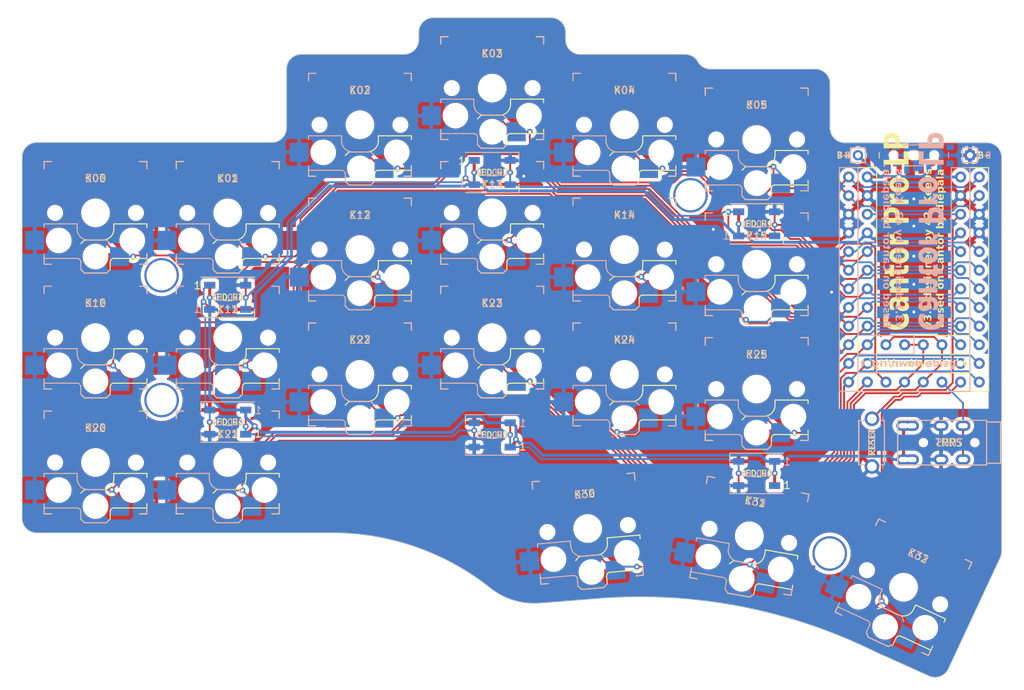
<source format=kicad_pcb>
(kicad_pcb (version 20241229) (generator "pcbnew") (generator_version "9.0")
  (title_block (title "Cantor Pro LP") (rev "3"))
  (layers (0 "F.Cu" signal) (2 "B.Cu" signal) (13 "F.Paste" user) (15 "B.Paste" user) (5 "F.SilkS" user "F.Silkscreen") (7 "B.SilkS" user "B.Silkscreen") (1 "F.Mask" user) (3 "B.Mask" user) (25 "Edge.Cuts" user))
  (net 0 "")
  (net 1 "+3V3")
  (net 2 "GND")
  (net 3 "/DATA")
  (net 4 "/k00")
  (net 5 "/k01")
  (net 6 "/k02")
  (net 7 "/k03")
  (net 8 "/k04")
  (net 9 "/k05")
  (net 10 "/k10")
  (net 11 "/k11")
  (net 12 "/k12")
  (net 13 "/k13")
  (net 14 "/k14")
  (net 15 "/k15")
  (net 16 "/k20")
  (net 17 "/k21")
  (net 18 "/k22")
  (net 19 "/k23")
  (net 20 "/k24")
  (net 21 "/k25")
  (net 22 "/k30")
  (net 23 "/k31")
  (net 24 "/k32")
  (net 26 "/RGB")
  (net 27 "/RESET")
  (net 32 "/LED1-2")
  (net 33 "/LED2-3")
  (net 34 "/LED3-4")
  (net 35 "/LED4-5")
  (net 36 "/LED5-6")
  (net 39 "/BAT")
  (net 40 "/RAW")
  (footprint "42keebs:Kailh_socket_PG1350_reversible_cropped_pads_rounded_cutouts_no_pin4" (layer "F.Cu") (at 164 94)
    (property "Reference" "K25")
    (property "Value" "KEYSW")
  )
  (footprint "42keebs:Kailh_socket_PG1350_reversible_cropped_pads_rounded_cutouts_no_pin4" (layer "F.Cu") (at 146 92)
    (property "Reference" "K24")
    (property "Value" "KEYSW")
  )
  (footprint "42keebs:LED_WS2812B_PLCC4_5.0x5.0mm_P3.2mm_w_cutout" (layer "F.Cu") (at 92 81.5)
    (property "Reference" "LED_R3" (hide yes))
    (property "Value" "WS2812B" (hide yes))
  )
  (footprint "42keebs:Kailh_socket_PG1350_reversible_cropped_pads_rounded_cutouts_no_pin4" (layer "F.Cu") (at 92 104)
    (property "Reference" "K21")
    (property "Value" "KEYSW")
  )
  (footprint "42keebs:LED_WS2812B_PLCC4_5.0x5.0mm_P3.2mm_w_cutout" (layer "F.Cu") (at 164 105.5 180)
    (property "Reference" "LED_R6")
    (property "Value" "WS2812B" (hide yes))
  )
  (footprint "42keebs:LED_WS2812B_PLCC4_5.0x5.0mm_P3.2mm_w_cutout" (layer "F.Cu") (at 128.003769 100.25 180)
    (property "Reference" "LED_R5")
    (property "Value" "WS2812B" (hide yes))
  )
  (footprint "42keebs:Kailh_socket_PG1350_reversible_cropped_pads_rounded_cutouts_no_pin4" (layer "F.Cu") (at 110 58)
    (property "Reference" "K02")
    (property "Value" "KEYSW")
  )
  (footprint "42keebs:Kailh_socket_PG1350_reversible_cropped_pads_rounded_cutouts_no_pin4" (layer "F.Cu") (at 74 87)
    (property "Reference" "K10")
    (property "Value" "KEYSW")
  )
  (footprint "cantor:Standoff_Hole" (layer "F.Cu") (at 83 78.5)
    (property "Reference" "H1" (hide yes))
    (property "Value" "MountingHole" (hide yes))
  )
  (footprint "42keebs:LED_WS2812B_PLCC4_5.0x5.0mm_P3.2mm_w_cutout" (layer "F.Cu") (at 92 98.5 180)
    (property "Reference" "LED_R4")
    (property "Value" "WS2812B" (hide yes))
  )
  (footprint "42keebs:Kailh_socket_PG1350_reversible_cropped_pads_rounded_cutouts_no_pin4" (layer "F.Cu") (at 146 58)
    (property "Reference" "K04")
    (property "Value" "KEYSW")
  )
  (footprint "42keebs:Kailh_socket_PG1350_reversible_cropped_pads_rounded_cutouts_no_pin4" (layer "F.Cu") (at 110 75)
    (property "Reference" "K12")
    (property "Value" "KEYSW")
  )
  (footprint "42keebs:SW_SPDT_PCM12_double_sided_shifted_with_edge_cutouts" (layer "F.Cu") (at 185.414616 62.48 180)
    (property "Reference" "SW2" (hide yes))
    (property "Value" "POWER")
  )
  (footprint "cantor:Standoff_Hole" (layer "F.Cu") (at 173.95 116.4)
    (property "Reference" "H4" (hide yes))
    (property "Value" "MountingHole" (hide yes))
  )
  (footprint "42keebs:Kailh_socket_PG1350_reversible_cropped_pads_rounded_cutouts_no_pin4" (layer "F.Cu") (at 141 113 5)
    (property "Reference" "K30")
    (property "Value" "KEYSW")
  )
  (footprint "42keebs:Kailh_socket_PG1350_reversible_cropped_pads_rounded_cutouts_no_pin4" (layer "F.Cu") (at 92 70)
    (property "Reference" "K01")
    (property "Value" "KEYSW")
  )
  (footprint "cantor:TACT_SWITCH_TVBP06" (layer "F.Cu") (at 179.698 101.3 90)
    (property "Reference" "SW1" (hide yes))
    (property "Value" "RESET" (hide yes))
  )
  (footprint "42keebs:Kailh_socket_PG1350_reversible_cropped_pads_rounded_cutouts_no_pin4" (layer "F.Cu") (at 146 75)
    (property "Reference" "K14")
    (property "Value" "KEYSW")
  )
  (footprint "42keebs:Kailh_socket_PG1350_reversible_cropped_pads_rounded_cutouts_no_pin4" (layer "F.Cu") (at 128 87)
    (property "Reference" "K23")
    (property "Value" "KEYSW")
  )
  (footprint "42keebs:Kailh_socket_PG1350_reversible_cropped_pads_rounded_cutouts_no_pin4" (layer "F.Cu") (at 128 53)
    (property "Reference" "K03")
    (property "Value" "KEYSW")
  )
  (footprint "cantor:Standoff_Hole" (layer "F.Cu") (at 83 95.5)
    (property "Reference" "H3" (hide yes))
    (property "Value" "MountingHole" (hide yes))
  )
  (footprint "42keebs:Kailh_socket_PG1350_reversible_cropped_pads_rounded_cutouts_no_pin4" (layer "F.Cu") (at 110 92)
    (property "Reference" "K22")
    (property "Value" "KEYSW")
  )
  (footprint "42keebs:TRRS-PJ-320A-reversible-symmetric" (layer "F.Cu") (at 195.3 101.3 -90)
    (property "Reference" "J1" (hide yes))
    (property "Value" "TRRS")
  )
  (footprint "42keebs:Kailh_socket_PG1350_reversible_cropped_pads_rounded_cutouts_no_pin4" (layer "F.Cu") (at 164 77)
    (property "Reference" "K15")
    (property "Value" "KEYSW")
  )
  (footprint "cantor:Standoff_Hole" (layer "F.Cu") (at 155 67.6)
    (property "Reference" "H2" (hide yes))
    (property "Value" "MountingHole" (hide yes))
  )
  (footprint "42keebs:Kailh_socket_PG1350_reversible_cropped_pads_rounded_cutouts_no_pin4" (layer "F.Cu") (at 184 121 -25)
    (property "Reference" "K32")
    (property "Value" "KEYSW")
  )
  (footprint "42keebs:Kailh_socket_PG1350_reversible_cropped_pads_rounded_cutouts_no_pin4" (layer "F.Cu") (at 92 87)
    (property "Reference" "K11")
    (property "Value" "KEYSW")
  )
  (footprint "42keebs:ProMicro_Battery_Connector_Double_Sided_wide" (layer "F.Cu") (at 185.414616 62.15)
    (property "Reference" "J2")
    (property "Value" "BAT" (hide yes))
  )
  (footprint "42keebs:Frood_nice-nano_PinHeader_2x12+5+3_P2.54mm_Dual_V-aligned" (layer "F.Cu") (at 185.414616 62.56725)
    (property "Reference" "U1" (hide yes))
    (property "Value" "Frood/nice!nano" (hide yes))
  )
  (footprint "42keebs:LED_WS2812B_PLCC4_5.0x5.0mm_P3.2mm_w_cutout" (layer "F.Cu") (at 164 71.5)
    (property "Reference" "LED_R1" (hide yes))
    (property "Value" "WS2812B" (hide yes))
  )
  (footprint "42keebs:Kailh_socket_PG1350_reversible_cropped_pads_rounded_cutouts_no_pin4" (layer "F.Cu") (at 164 60)
    (property "Reference" "K05")
    (property "Value" "KEYSW")
  )
  (footprint "42keebs:Kailh_socket_PG1350_reversible_cropped_pads_rounded_cutouts_no_pin4" (layer "F.Cu") (at 74 103.999999)
    (property "Reference" "K20")
    (property "Value" "KEYSW")
  )
  (footprint "42keebs:Kailh_socket_PG1350_reversible_cropped_pads_rounded_cutouts_no_pin4" (layer "F.Cu") (at 128 70)
    (property "Reference" "K13")
    (property "Value" "KEYSW")
  )
  (footprint "42keebs:LED_WS2812B_PLCC4_5.0x5.0mm_P3.2mm_w_cutout" (layer "F.Cu") (at 128 64.5)
    (property "Reference" "LED_R2" (hide yes))
    (property "Value" "WS2812B" (hide yes))
  )
  (footprint "42keebs:Kailh_socket_PG1350_reversible_cropped_pads_rounded_cutouts_no_pin4" (layer "F.Cu") (at 74 70)
    (property "Reference" "K00")
    (property "Value" "KEYSW")
  )
  (footprint "42keebs:Kailh_socket_PG1350_reversible_cropped_pads_rounded_cutouts_no_pin4" (layer "F.Cu") (at 163 114 -10)
    (property "Reference" "K31")
    (property "Value" "KEYSW")
  )
  (footprint "42keebs:LED_WS2812B_PLCC4_5.0x5.0mm_P3.2mm_w_cutout" (layer "B.Cu") (at 164 105.5 180)
    (property "Reference" "LED_L6" (hide yes))
    (property "Value" "WS2812B" (hide yes))
  )
  (footprint "42keebs:LED_WS2812B_PLCC4_5.0x5.0mm_P3.2mm_w_cutout" (layer "B.Cu") (at 92 81.5)
    (property "Reference" "LED_L3")
    (property "Value" "WS2812B" (hide yes))
  )
  (footprint "42keebs:LED_WS2812B_PLCC4_5.0x5.0mm_P3.2mm_w_cutout" (layer "B.Cu") (at 164 71.5)
    (property "Reference" "LED_L1")
    (property "Value" "WS2812B" (hide yes))
  )
  (footprint "42keebs:LED_WS2812B_PLCC4_5.0x5.0mm_P3.2mm_w_cutout" (layer "B.Cu") (at 128 64.5)
    (property "Reference" "LED_L2")
    (property "Value" "WS2812B" (hide yes))
  )
  (footprint "42keebs:LED_WS2812B_PLCC4_5.0x5.0mm_P3.2mm_w_cutout" (layer "B.Cu") (at 92 98.5 180)
    (property "Reference" "LED_L4" (hide yes))
    (property "Value" "WS2812B" (hide yes))
  )
  (footprint "42keebs:LED_WS2812B_PLCC4_5.0x5.0mm_P3.2mm_w_cutout" (layer "B.Cu") (at 128.003769 100.25 180)
    (property "Reference" "LED_L5" (hide yes))
    (property "Value" "WS2812B" (hide yes))
  )
  (gr_arc (start 100 50.4) (mid 100.585786 48.985786) (end 102 48.4) (stroke (width 0.1)) (layer "Edge.Cuts"))
  (gr_line (start 66 113.599999) (end 106.5 113.6) (stroke (width 0.1)) (layer "Edge.Cuts"))
  (gr_arc (start 134.5 123.175) (mid 130.930967 122.788889) (end 127.75 121.125) (stroke (width 0.1)) (layer "Edge.Cuts"))
  (gr_arc (start 176.000206 60.433998) (mid 174.585993 59.848211) (end 174.000207 58.433998) (stroke (width 0.1)) (layer "Edge.Cuts"))
  (gr_arc (start 118 45.4) (mid 118.585786 43.985786) (end 120 43.4) (stroke (width 0.1)) (layer "Edge.Cuts"))
  (gr_line (start 190.102526 132.122904) (end 197.161654 116.984668) (stroke (width 0.1)) (layer "Edge.Cuts"))
  (gr_line (start 172.000208 50.4) (end 157.750002 50.399998) (stroke (width 0.1)) (layer "Edge.Cuts"))
  (gr_line (start 118 45.4) (end 118 46.4) (stroke (width 0.1)) (layer "Edge.Cuts"))
  (gr_line (start 138 46.4) (end 138 45.4) (stroke (width 0.1)) (layer "Edge.Cuts"))
  (gr_arc (start 190.102526 132.122904) (mid 188.987801 133.151954) (end 187.471518 133.10256) (stroke (width 0.1)) (layer "Edge.Cuts"))
  (gr_line (start 195.352208 60.434) (end 176.000206 60.433998) (stroke (width 0.1)) (layer "Edge.Cuts"))
  (gr_line (start 174.000207 58.433998) (end 174.000207 52.4) (stroke (width 0.1)) (layer "Edge.Cuts"))
  (gr_line (start 100 50.4) (end 100 58.4) (stroke (width 0.1)) (layer "Edge.Cuts"))
  (gr_line (start 98 60.4) (end 66 60.4) (stroke (width 0.1)) (layer "Edge.Cuts"))
  (gr_arc (start 136.000001 43.4) (mid 137.414214 43.985787) (end 138 45.4) (stroke (width 0.1)) (layer "Edge.Cuts"))
  (gr_arc (start 118 46.4) (mid 117.414214 47.814214) (end 116 48.4) (stroke (width 0.1)) (layer "Edge.Cuts"))
  (gr_arc (start 66 113.599999) (mid 64.585787 113.014213) (end 64 111.6) (stroke (width 0.1)) (layer "Edge.Cuts"))
  (gr_line (start 141.8 122.600001) (end 134.5 123.175) (stroke (width 0.1)) (layer "Edge.Cuts"))
  (gr_line (start 180.129399 129.8) (end 187.471518 133.10256) (stroke (width 0.1)) (layer "Edge.Cuts"))
  (gr_arc (start 140 48.4) (mid 138.585786 47.814214) (end 138 46.4) (stroke (width 0.1)) (layer "Edge.Cuts"))
  (gr_arc (start 157.750002 50.399998) (mid 156.742226 50.132363) (end 156 49.4) (stroke (width 0.1)) (layer "Edge.Cuts"))
  (gr_arc (start 197.349627 116.138173) (mid 197.302069 116.57173) (end 197.161654 116.984668) (stroke (width 0.1)) (layer "Edge.Cuts"))
  (gr_line (start 64 62.4) (end 64 111.6) (stroke (width 0.1)) (layer "Edge.Cuts"))
  (gr_line (start 136.000001 43.4) (end 120 43.4) (stroke (width 0.1)) (layer "Edge.Cuts"))
  (gr_arc (start 64 62.4) (mid 64.585786 60.985787) (end 66 60.4) (stroke (width 0.1)) (layer "Edge.Cuts"))
  (gr_arc (start 106.5 113.600001) (mid 117.756229 115.57996) (end 127.75 121.125) (stroke (width 0.1)) (layer "Edge.Cuts"))
  (gr_arc (start 195.352208 60.434) (mid 196.766416 61.019789) (end 197.352208 62.434) (stroke (width 0.1)) (layer "Edge.Cuts"))
  (gr_arc (start 172.000208 50.4) (mid 173.414421 50.985787) (end 174.000207 52.4) (stroke (width 0.1)) (layer "Edge.Cuts"))
  (gr_line (start 116 48.4) (end 102 48.4) (stroke (width 0.1)) (layer "Edge.Cuts"))
  (gr_arc (start 154.3 48.4) (mid 155.286154 48.668538) (end 156 49.4) (stroke (width 0.1)) (layer "Edge.Cuts"))
  (gr_line (start 197.349627 116.138173) (end 197.352208 62.434) (stroke (width 0.1)) (layer "Edge.Cuts"))
  (gr_arc (start 100 58.4) (mid 99.414214 59.814214) (end 98 60.4) (stroke (width 0.1)) (layer "Edge.Cuts"))
  (gr_line (start 154.3 48.4) (end 140 48.4) (stroke (width 0.1)) (layer "Edge.Cuts"))
  (gr_arc (start 141.8 122.600001) (mid 161.459797 123.564333) (end 180.129399 129.8) (stroke (width 0.1)) (layer "Edge.Cuts"))
  (gr_text "v3.1 designed by 42. Keebs\nBased on Cantor by diepala" (at 188.2 85.7 90) (layer "F.SilkS") (effects (font (size 1 1) (thickness 0.2) (bold yes)) (justify left)))
  (gr_text "Cantor Pro LP" (at 183.3 86.1 90) (layer "F.SilkS") (effects (font (size 3.33 2.5) (thickness 0.5) (bold yes)) (justify left)))
  (gr_text "v3.1 designed by 42. Keebs\nBased on Cantor by diepala" (at 182.5 85.7 270) (layer "B.SilkS") (effects (font (size 1 1) (thickness 0.2) (bold yes)) (justify left mirror)))
  (gr_text "Cantor Pro LP" (at 187.45 86.1 270) (layer "B.SilkS") (effects (font (size 3.33 2.5) (thickness 0.5) (bold yes)) (justify left mirror)))
  (segment (start 131.230162 101.123607) (end 130.453769 101.9) (width 0.4) (layer "F.Cu") (net 1))
  (segment (start 125.55 64.5) (end 125.55 62.85) (width 0.4) (layer "F.Cu") (net 1))
  (segment (start 166.45 105.475) (end 166.45 107.15) (width 0.4) (layer "F.Cu") (net 1))
  (segment (start 184 103.6) (end 184 99) (width 0.4) (layer "F.Cu") (net 1))
  (segment (start 131.230162 100.850579) (end 131.230162 101.123607) (width 0.4) (layer "F.Cu") (net 1))
  (segment (start 95.666423 99.058577) (end 94.575 100.15) (width 0.4) (layer "F.Cu") (net 1))
  (segment (start 89.55 81.55) (end 89.55 79.85) (width 0.4) (layer "F.Cu") (net 1))
  (segment (start 94.575 100.15) (end 94.45 100.15) (width 0.4) (layer "F.Cu") (net 1))
  (segment (start 161.55 71.5) (end 161.55 69.85) (width 0.4) (layer "F.Cu") (net 1))
  (via (at 131.230162 100.850579) (size 0.8) (drill 0.4) (layers "F.Cu" "B.Cu") (net 1))
  (via (at 95.666423 99.058577) (size 0.8) (drill 0.4) (layers "F.Cu" "B.Cu") (net 1))
  (via (at 161.55 71.5) (size 0.8) (drill 0.4) (layers "F.Cu" "B.Cu") (net 1))
  (via (at 89.55 81.55) (size 0.8) (drill 0.4) (layers "F.Cu" "B.Cu") (net 1))
  (via (at 166.45 105.475) (size 0.8) (drill 0.4) (layers "F.Cu" "B.Cu") (net 1))
  (via (at 125.55 64.5) (size 0.8) (drill 0.4) (layers "F.Cu" "B.Cu") (net 1))
  (segment (start 105.842462 66.35) (end 124.3 66.35) (width 0.4) (layer "B.Cu") (net 1))
  (segment (start 95.666423 99.058577) (end 94.45 97.842154) (width 0.4) (layer "B.Cu") (net 1))
  (segment (start 89.55 83.15) (end 89.55 81.55) (width 0.4) (layer "B.Cu") (net 1))
  (segment (start 164.5 103) (end 165.35 103.85) (width 0.4) (layer "B.Cu") (net 1))
  (segment (start 131.230162 100.850579) (end 131.25 100.830741) (width 0.4) (layer "B.Cu") (net 1))
  (segment (start 131.230162 100.850579) (end 131.754583 101.375) (width 0.4) (layer "B.Cu") (net 1))
  (segment (start 130.453769 98.6) (end 127.35 98.6) (width 0.4) (layer "B.Cu") (net 1))
  (segment (start 89.55 83.15) (end 90.5 83.15) (width 0.4) (layer "B.Cu") (net 1))
  (segment (start 90.5 83.15) (end 91.35 84) (width 0.4) (layer "B.Cu") (net 1))
  (segment (start 124.5 66.15) (end 125.55 66.15) (width 0.4) (layer "B.Cu") (net 1))
  (segment (start 91.325 96.85) (end 94.45 96.85) (width 0.4) (layer "B.Cu") (net 1))
  (segment (start 133.228769 101.375) (end 134.853769 103) (width 0.4) (layer "B.Cu") (net 1))
  (segment (start 182.15 103.15) (end 182.6 103.6) (width 0.4) (layer "B.Cu") (net 1))
  (segment (start 182.6 103.6) (end 184 103.6) (width 0.4) (layer "B.Cu") (net 1))
  (segment (start 89.55 95.075) (end 91.325 96.85) (width 0.4) (layer "B.Cu") (net 1))
  (segment (start 167.65 103.85) (end 168.35 103.15) (width 0.4) (layer "B.Cu") (net 1))
  (segment (start 178.991616 72.72725) (end 179.773366 73.509) (width 0.4) (layer "B.Cu") (net 1))
  (segment (start 163.55 74) (end 162.7 73.15) (width 0.4) (layer "B.Cu") (net 1))
  (segment (start 148.657538 67) (end 127.4 67) (width 0.4) (layer "B.Cu") (net 1))
  (segment (start 166.45 103.85) (end 167.65 103.85) (width 0.4) (layer "B.Cu") (net 1))
  (segment (start 95.4 84) (end 95.75 83.65) (width 0.4) (layer "B.Cu") (net 1))
  (segment (start 165.35 103.85) (end 166.45 103.85) (width 0.4) (layer "B.Cu") (net 1))
  (segment (start 134.853769 103) (end 164.5 103) (width 0.4) (layer "B.Cu") (net 1))
  (segment (start 100.675 76.067462) (end 100.675 71.517462) (width 0.4) (layer "B.Cu") (net 1))
  (segment (start 130.75 98.6) (end 130.453769 98.6) (width 0.4) (layer "B.Cu") (net 1))
  (segment (start 126.55 66.15) (end 125.55 66.15) (width 0.4) (layer "B.Cu") (net 1))
  (segment (start 126.5 97.75) (end 124.625 97.75) (width 0.4) (layer "B.Cu") (net 1))
  (segment (start 161.55 73.15) (end 161.25 73.15) (width 0.4) (layer "B.Cu") (net 1))
  (segment (start 125.55 66.15) (end 125.55 64.5) (width 0.4) (layer "B.Cu") (net 1))
  (segment (start 161.25 73.15) (end 159.025 70.925) (width 0.4) (layer "B.Cu") (net 1))
  (segment (start 95.75 83.65) (end 95.75 80.992462) (width 0.4) (layer "B.Cu") (net 1))
  (segment (start 122.475 99.9) (end 96.507846 99.9) (width 0.4) (layer "B.Cu") (net 1))
  (segment (start 179.064616 72.72725) (end 177.791866 74) (width 0.4) (layer "B.Cu") (net 1))
  (segment (start 124.625 97.75) (end 122.475 99.9) (width 0.4) (layer "B.Cu") (net 1))
  (segment (start 166.45 103.85) (end 166.45 105.475) (width 0.4) (layer "B.Cu") (net 1))
  (segment (start 127.35 98.6) (end 126.5 97.75) (width 0.4) (layer "B.Cu") (net 1))
  (segment (start 124.3 66.35) (end 124.5 66.15) (width 0.4) (layer "B.Cu") (net 1))
  (segment (start 159.025 70.925) (end 152.582538 70.925) (width 0.4) (layer "B.Cu") (net 1))
  (segment (start 177.791866 74) (end 163.55 74) (width 0.4) (layer "B.Cu") (net 1))
  (segment (start 95.75 80.992462) (end 100.675 76.067462) (width 0.4) (layer "B.Cu") (net 1))
  (segment (start 190.909867 73.509) (end 191.691616 72.727251) (width 0.4) (layer "B.Cu") (net 1))
  (segment (start 89.55 83.15) (end 89.55 95.075) (width 0.4) (layer "B.Cu") (net 1))
  (segment (start 127.4 67) (end 126.55 66.15) (width 0.4) (layer "B.Cu") (net 1))
  (segment (start 179.773366 73.509) (end 190.909867 73.509) (width 0.4) (layer "B.Cu") (net 1))
  (segment (start 152.582538 70.925) (end 148.657538 67) (width 0.4) (layer "B.Cu") (net 1))
  (segment (start 131.25 99.1) (end 130.75 98.6) (width 0.4) (layer "B.Cu") (net 1))
  (segment (start 162.7 73.15) (end 161.55 73.15) (width 0.4) (layer "B.Cu") (net 1))
  (segment (start 131.754583 101.375) (end 133.228769 101.375) (width 0.4) (layer "B.Cu") (net 1))
  (segment (start 94.45 97.842154) (end 94.45 96.85) (width 0.4) (layer "B.Cu") (net 1))
  (segment (start 168.35 103.15) (end 182.15 103.15) (width 0.4) (layer "B.Cu") (net 1))
  (segment (start 96.507846 99.9) (end 95.666423 99.058577) (width 0.4) (layer "B.Cu") (net 1))
  (segment (start 161.55 73.15) (end 161.55 71.5) (width 0.4) (layer "B.Cu") (net 1))
  (segment (start 131.25 100.830741) (end 131.25 99.1) (width 0.4) (layer "B.Cu") (net 1))
  (segment (start 91.35 84) (end 95.4 84) (width 0.4) (layer "B.Cu") (net 1))
  (segment (start 100.675 71.517462) (end 105.842462 66.35) (width 0.4) (layer "B.Cu") (net 1))
  (via (at 185.4 83.5) (size 0.8) (drill 0.4) (layers "F.Cu" "B.Cu") (net 2))
  (via (at 174.2 80.8) (size 0.8) (drill 0.4) (layers "F.Cu" "B.Cu") (net 2))
  (via (at 185.4 71.8) (size 0.8) (drill 0.4) (layers "F.Cu" "B.Cu") (net 2))
  (via (at 185.4 79.734) (size 0.8) (drill 0.4) (layers "F.Cu" "B.Cu") (net 2))
  (via (at 158.1 72.25) (size 0.8) (drill 0.4) (layers "F.Cu" "B.Cu") (net 2))
  (via (at 185.4 75.9) (size 0.8) (drill 0.4) (layers "F.Cu" "B.Cu") (net 2))
  (via (at 185.4 68.1) (size 0.8) (drill 0.4) (layers "F.Cu" "B.Cu") (net 2))
  (via (at 164.4 72.35) (size 0.8) (drill 0.4) (layers "F.Cu" "B.Cu") (net 2))
  (via (at 132.3 65) (size 0.8) (drill 0.4) (layers "F.Cu" "B.Cu") (net 2))
  (segment (start 192.1 99) (end 192.1 103.6) (width 0.25) (layer "F.Cu") (net 3))
  (segment (start 192.1 95.922634) (end 192.1 99) (width 0.25) (layer "B.Cu") (net 3))
  (segment (start 189.224616 93.04725) (end 192.1 95.922634) (width 0.25) (layer "B.Cu") (net 3))
  (segment (start 136.909188 67.2) (end 131.709188 62) (width 0.25) (layer "F.Cu") (net 4))
  (segment (start 84.1 75.8) (end 79.275 75.8) (width 0.25) (layer "F.Cu") (net 4))
  (segment (start 79.275 75.8) (end 79.125001 75.95) (width 0.25) (layer "F.Cu") (net 4))
  (segment (start 72.65 74) (end 75.324999 74) (width 0.25) (layer "F.Cu") (net 4))
  (segment (start 174.55 77.7) (end 172.05 77.7) (width 0.25) (layer "F.Cu") (net 4))
  (segment (start 120.186396 66.5) (end 106.827208 66.5) (width 0.25) (layer "F.Cu") (net 4))
  (segment (start 124.686396 62) (end 120.186396 66.5) (width 0.25) (layer "F.Cu") (net 4))
  (segment (start 131.709188 62) (end 124.686396 62) (width 0.25) (layer "F.Cu") (net 4))
  (segment (start 169.25 74.9) (end 160.042872 74.9) (width 0.25) (layer "F.Cu") (net 4))
  (segment (start 95.3 76.7) (end 94.15 77.85) (width 0.25) (layer "F.Cu") (net 4))
  (segment (start 102.35 70.977208) (end 102.35 75.45) (width 0.25) (layer "F.Cu") (net 4))
  (segment (start 70.700001 75.95) (end 72.65 74) (width 0.25) (layer "F.Cu") (net 4))
  (segment (start 160.042872 74.9) (end 159.542872 74.4) (width 0.25) (layer "F.Cu") (net 4))
  (segment (start 179.064616 77.80725) (end 177.871866 79) (width 0.25) (layer "F.Cu") (net 4))
  (segment (start 177.871866 79) (end 175.85 79) (width 0.25) (layer "F.Cu") (net 4))
  (segment (start 175.85 79) (end 174.55 77.7) (width 0.25) (layer "F.Cu") (net 4))
  (segment (start 94.15 77.85) (end 86.15 77.85) (width 0.25) (layer "F.Cu") (net 4))
  (segment (start 106.827208 66.5) (end 102.35 70.977208) (width 0.25) (layer "F.Cu") (net 4))
  (segment (start 101.1 76.7) (end 95.3 76.7) (width 0.25) (layer "F.Cu") (net 4))
  (segment (start 156.395584 74.4) (end 149.195584 67.2) (width 0.25) (layer "F.Cu") (net 4))
  (segment (start 86.15 77.85) (end 84.1 75.8) (width 0.25) (layer "F.Cu") (net 4))
  (segment (start 149.195584 67.2) (end 136.909188 67.2) (width 0.25) (layer "F.Cu") (net 4))
  (segment (start 172.05 77.7) (end 169.25 74.9) (width 0.25) (layer "F.Cu") (net 4))
  (segment (start 77.275 75.95) (end 79.125001 75.95) (width 0.25) (layer "F.Cu") (net 4))
  (segment (start 102.35 75.45) (end 101.1 76.7) (width 0.25) (layer "F.Cu") (net 4))
  (segment (start 159.542872 74.4) (end 156.395584 74.4) (width 0.25) (layer "F.Cu") (net 4))
  (segment (start 75.324999 74) (end 77.275 75.95) (width 0.25) (layer "F.Cu") (net 4))
  (via (at 79.125001 75.95) (size 0.8) (drill 0.4) (layers "F.Cu" "B.Cu") (net 4))
  (segment (start 178.991616 77.80725) (end 191.691616 77.80725) (width 0.25) (layer "B.Cu") (net 4))
  (segment (start 79.125001 75.95) (end 77.275 75.95) (width 0.25) (layer "B.Cu") (net 4))
  (segment (start 120 66.05) (end 124.5 61.55) (width 0.25) (layer "F.Cu") (net 5))
  (segment (start 137.095584 66.75) (end 149.38198 66.75) (width 0.25) (layer "F.Cu") (net 5))
  (segment (start 124.5 61.55) (end 131.895584 61.55) (width 0.25) (layer "F.Cu") (net 5))
  (segment (start 131.895584 61.55) (end 137.095584 66.75) (width 0.25) (layer "F.Cu") (net 5))
  (segment (start 106.640812 66.05) (end 120 66.05) (width 0.25) (layer "F.Cu") (net 5))
  (segment (start 171.986396 77) (end 175.717366 77) (width 0.25) (layer "F.Cu") (net 5))
  (segment (start 93.325 74) (end 95.274999 75.95) (width 0.25) (layer "F.Cu") (net 5))
  (segment (start 156.58198 73.95) (end 159.729268 73.95) (width 0.25) (layer "F.Cu") (net 5))
  (segment (start 169.436396 74.45) (end 171.986396 77) (width 0.25) (layer "F.Cu") (net 5))
  (segment (start 160.229268 74.45) (end 169.436396 74.45) (width 0.25) (layer "F.Cu") (net 5))
  (segment (start 101.9 70.790812) (end 106.640812 66.05) (width 0.25) (layer "F.Cu") (net 5))
  (segment (start 90.65 74) (end 93.325 74) (width 0.25) (layer "F.Cu") (net 5))
  (segment (start 101.163604 75.95) (end 101.9 75.213604) (width 0.25) (layer "F.Cu") (net 5))
  (segment (start 159.729268 73.95) (end 160.229268 74.45) (width 0.25) (layer "F.Cu") (net 5))
  (segment (start 101.9 75.213604) (end 101.9 70.790812) (width 0.25) (layer "F.Cu") (net 5))
  (segment (start 175.717366 77) (end 176.524616 77.80725) (width 0.25) (layer "F.Cu") (net 5))
  (segment (start 97.125 75.95) (end 101.163604 75.95) (width 0.25) (layer "F.Cu") (net 5))
  (segment (start 95.274999 75.95) (end 97.125 75.95) (width 0.25) (layer "F.Cu") (net 5))
  (segment (start 149.38198 66.75) (end 156.58198 73.95) (width 0.25) (layer "F.Cu") (net 5))
  (segment (start 88.7 75.95) (end 90.65 74) (width 0.25) (layer "F.Cu") (net 5))
  (via (at 97.125 75.95) (size 0.8) (drill 0.4) (layers "F.Cu" "B.Cu") (net 5))
  (segment (start 180.134896 77.35725) (end 179.509896 76.73225) (width 0.25) (layer "B.Cu") (net 5))
  (segment (start 97.125 75.95) (end 95.274999 75.95) (width 0.25) (layer "B.Cu") (net 5))
  (segment (start 193.156616 76.73225) (end 191.319336 76.73225) (width 0.25) (layer "B.Cu") (net 5))
  (segment (start 194.231616 77.80725) (end 193.156616 76.73225) (width 0.25) (layer "B.Cu") (net 5))
  (segment (start 191.319336 76.73225) (end 190.694336 77.35725) (width 0.25) (layer "B.Cu") (net 5))
  (segment (start 190.694336 77.35725) (end 180.134896 77.35725) (width 0.25) (layer "B.Cu") (net 5))
  (segment (start 177.526616 76.73225) (end 176.451616 77.80725) (width 0.25) (layer "B.Cu") (net 5))
  (segment (start 179.509896 76.73225) (end 177.526616 76.73225) (width 0.25) (layer "B.Cu") (net 5))
  (segment (start 172.122792 76.5) (end 177.758866 76.5) (width 0.25) (layer "F.Cu") (net 6))
  (segment (start 169.622792 74) (end 172.122792 76.5) (width 0.25) (layer "F.Cu") (net 6))
  (segment (start 156.759188 73.490812) (end 159.906476 73.490812) (width 0.25) (layer "F.Cu") (net 6))
  (segment (start 124.313604 61.1) (end 132.08198 61.1) (width 0.25) (layer "F.Cu") (net 6))
  (segment (start 115.125 63.95) (end 121.463604 63.95) (width 0.25) (layer "F.Cu") (net 6))
  (segment (start 106.7 63.95) (end 108.65 62) (width 0.25) (layer "F.Cu") (net 6))
  (segment (start 177.758866 76.5) (end 178.991616 75.26725) (width 0.25) (layer "F.Cu") (net 6))
  (segment (start 159.906476 73.490812) (end 160.415664 74) (width 0.25) (layer "F.Cu") (net 6))
  (segment (start 121.463604 63.95) (end 124.313604 61.1) (width 0.25) (layer "F.Cu") (net 6))
  (segment (start 137.28198 66.3) (end 149.568376 66.3) (width 0.25) (layer "F.Cu") (net 6))
  (segment (start 108.65 62) (end 111 62) (width 0.25) (layer "F.Cu") (net 6))
  (segment (start 111 62) (end 112.95 63.95) (width 0.25) (layer "F.Cu") (net 6))
  (segment (start 149.568376 66.3) (end 156.759188 73.490812) (width 0.25) (layer "F.Cu") (net 6))
  (segment (start 112.95 63.95) (end 115.125 63.95) (width 0.25) (layer "F.Cu") (net 6))
  (segment (start 160.415664 74) (end 169.622792 74) (width 0.25) (layer "F.Cu") (net 6))
  (segment (start 132.08198 61.1) (end 137.28198 66.3) (width 0.25) (layer "F.Cu") (net 6))
  (via (at 115.125 63.95) (size 0.8) (drill 0.4) (layers "F.Cu" "B.Cu") (net 6))
  (segment (start 179.774866 74.484) (end 190.908366 74.484) (width 0.25) (layer "B.Cu") (net 6))
  (segment (start 115.125 63.95) (end 113.275 63.949999) (width 0.25) (layer "B.Cu") (net 6))
  (segment (start 190.908366 74.484) (end 191.691616 75.26725) (width 0.25) (layer "B.Cu") (net 6))
  (segment (start 178.991616 75.26725) (end 179.774866 74.484) (width 0.25) (layer "B.Cu") (net 6))
  (segment (start 133.125 61.506624) (end 137.468376 65.85) (width 0.25) (layer "F.Cu") (net 7))
  (segment (start 172.309188 76.05) (end 175.741866 76.05) (width 0.25) (layer "F.Cu") (net 7))
  (segment (start 124.7 58.95) (end 126.65 57) (width 0.25) (layer "F.Cu") (net 7))
  (segment (start 156.163604 64.8) (end 157.675 66.311396) (width 0.25) (layer "F.Cu") (net 7))
  (segment (start 168.55 73.55) (end 169.809188 73.55) (width 0.25) (layer "F.Cu") (net 7))
  (segment (start 165.725 71.925305) (end 166.149695 72.35) (width 0.25) (layer "F.Cu") (net 7))
  (segment (start 166.149695 72.35) (end 167.35 72.35) (width 0.25) (layer "F.Cu") (net 7))
  (segment (start 176.524616 75.309384) (end 176.524616 75.26725) (width 0.25) (layer "F.Cu") (net 7))
  (segment (start 165.725 71.899695) (end 165.725 71.925305) (width 0.25) (layer "F.Cu") (net 7))
  (segment (start 130.85 58.95) (end 133.125 58.95) (width 0.25) (layer "F.Cu") (net 7))
  (segment (start 152.75 65.85) (end 153.8 64.8) (width 0.25) (layer "F.Cu") (net 7))
  (segment (start 137.468376 65.85) (end 152.75 65.85) (width 0.25) (layer "F.Cu") (net 7))
  (segment (start 126.65 57) (end 128.9 57) (width 0.25) (layer "F.Cu") (net 7))
  (segment (start 167.35 72.35) (end 168.55 73.55) (width 0.25) (layer "F.Cu") (net 7))
  (segment (start 162.125305 68.3) (end 165.725 71.899695) (width 0.25) (layer "F.Cu") (net 7))
  (segment (start 157.675 66.311396) (end 157.675 67.275) (width 0.25) (layer "F.Cu") (net 7))
  (segment (start 157.675 67.275) (end 158.7 68.3) (width 0.25) (layer "F.Cu") (net 7))
  (segment (start 133.125 58.95) (end 133.125 61.506624) (width 0.25) (layer "F.Cu") (net 7))
  (segment (start 169.809188 73.55) (end 172.309188 76.05) (width 0.25) (layer "F.Cu") (net 7))
  (segment (start 153.8 64.8) (end 156.163604 64.8) (width 0.25) (layer "F.Cu") (net 7))
  (segment (start 175.741866 76.05) (end 176.524616 75.26725) (width 0.25) (layer "F.Cu") (net 7))
  (segment (start 128.9 57) (end 130.85 58.95) (width 0.25) (layer "F.Cu") (net 7))
  (segment (start 158.7 68.3) (end 162.125305 68.3) (width 0.25) (layer "F.Cu") (net 7))
  (via (at 133.125 58.95) (size 0.8) (drill 0.4) (layers "F.Cu" "B.Cu") (net 7))
  (segment (start 178.666 74.034) (end 177.43275 75.26725) (width 0.25) (layer "B.Cu") (net 7))
  (segment (start 192.998366 74.034) (end 178.666 74.034) (width 0.25) (layer "B.Cu") (net 7))
  (segment (start 194.231616 75.26725) (end 192.998366 74.034) (width 0.25) (layer "B.Cu") (net 7))
  (segment (start 133.125 58.95) (end 131.275 58.95) (width 0.25) (layer "B.Cu") (net 7))
  (segment (start 177.43275 75.26725) (end 176.451616 75.26725) (width 0.25) (layer "B.Cu") (net 7))
  (segment (start 158.886396 67.85) (end 164.05 67.85) (width 0.25) (layer "F.Cu") (net 8))
  (segment (start 158.125 66.125) (end 158.125 67.088604) (width 0.25) (layer "F.Cu") (net 8))
  (segment (start 164.75165 67.85) (end 165.95165 66.65) (width 0.25) (layer "F.Cu") (net 8))
  (segment (start 164.35 67.85) (end 164.751652 67.85) (width 0.25) (layer "F.Cu") (net 8))
  (segment (start 164.05 67.85) (end 164.35 67.85) (width 0.25) (layer "F.Cu") (net 8))
  (segment (start 144.7 62) (end 147.375 61.999999) (width 0.25) (layer "F.Cu") (net 8))
  (segment (start 142.75 63.95) (end 144.7 62) (width 0.25) (layer "F.Cu") (net 8))
  (segment (start 175.527366 66.65) (end 176.524616 67.64725) (width 0.25) (layer "F.Cu") (net 8))
  (segment (start 164.05 67.85) (end 164.75165 67.85) (width 0.25) (layer "F.Cu") (net 8))
  (segment (start 149.325 63.95) (end 151.175001 63.95) (width 0.25) (layer "F.Cu") (net 8))
  (segment (start 151.525 64.300001) (end 156.3 64.299999) (width 0.25) (layer "F.Cu") (net 8))
  (segment (start 158.125 67.088604) (end 158.886396 67.85) (width 0.25) (layer "F.Cu") (net 8))
  (segment (start 147.375 61.999999) (end 149.325 63.95) (width 0.25) (layer "F.Cu") (net 8))
  (segment (start 151.175001 63.95) (end 151.525 64.300001) (width 0.25) (layer "F.Cu") (net 8))
  (segment (start 165.95165 66.65) (end 175.527366 66.65) (width 0.25) (layer "F.Cu") (net 8))
  (segment (start 156.3 64.299999) (end 158.125 66.125) (width 0.25) (layer "F.Cu") (net 8))
  (via (at 151.175001 63.95) (size 0.8) (drill 0.4) (layers "F.Cu" "B.Cu") (net 8))
  (segment (start 176.524616 67.64725) (end 177.977366 69.1) (width 0.25) (layer "B.Cu") (net 8))
  (segment (start 192.851866 69.1) (end 194.304616 67.64725) (width 0.25) (layer "B.Cu") (net 8))
  (segment (start 179.51275 69.1) (end 180.15 69.73725) (width 0.25) (layer "B.Cu") (net 8))
  (segment (start 177.977366 69.1) (end 179.51275 69.1) (width 0.25) (layer "B.Cu") (net 8))
  (segment (start 151.175001 63.95) (end 149.275 63.95) (width 0.25) (layer "B.Cu") (net 8))
  (segment (start 191.331586 69.1) (end 192.851866 69.1) (width 0.25) (layer "B.Cu") (net 8))
  (segment (start 180.15 69.73725) (end 190.694336 69.73725) (width 0.25) (layer "B.Cu") (net 8))
  (segment (start 190.694336 69.73725) (end 191.331586 69.1) (width 0.25) (layer "B.Cu") (net 8))
  (segment (start 162.975 63.7) (end 160.725 65.949999) (width 0.25) (layer "F.Cu") (net 9))
  (segment (start 175.431866 66.2) (end 176.524616 65.10725) (width 0.25) (layer "F.Cu") (net 9))
  (segment (start 167.35 66.2) (end 175.431866 66.2) (width 0.25) (layer "F.Cu") (net 9))
  (segment (start 166.3 65.15) (end 167.35 66.2) (width 0.25) (layer "F.Cu") (net 9))
  (segment (start 166.3 63.7) (end 162.975 63.7) (width 0.25) (layer "F.Cu") (net 9))
  (segment (start 166.3 63.7) (end 166.3 65.15) (width 0.25) (layer "F.Cu") (net 9))
  (via (at 166.3 63.7) (size 0.8) (drill 0.4) (layers "F.Cu" "B.Cu") (net 9))
  (segment (start 192.911866 66.5) (end 194.304616 65.10725) (width 0.25) (layer "B.Cu") (net 9))
  (segment (start 176.524616 65.10725) (end 177.917366 66.5) (width 0.25) (layer "B.Cu") (net 9))
  (segment (start 177.917366 66.5) (end 192.911866 66.5) (width 0.25) (layer "B.Cu") (net 9))
  (segment (start 166.3 63.701652) (end 167.275 64.676652) (width 0.25) (layer "B.Cu") (net 9))
  (segment (start 166.3 63.7) (end 166.3 63.701652) (width 0.25) (layer "B.Cu") (net 9))
  (segment (start 167.275 64.676652) (end 167.275 65.95) (width 0.25) (layer "B.Cu") (net 9))
  (segment (start 72.849999 90.8) (end 70.7 92.95) (width 0.25) (layer "F.Cu") (net 10))
  (segment (start 174.212366 78.425) (end 176.134616 80.34725) (width 0.25) (layer "F.Cu") (net 10))
  (segment (start 156.209188 74.85) (end 159.356476 74.85) (width 0.25) (layer "F.Cu") (net 10))
  (segment (start 136.722792 67.65) (end 149.009188 67.65) (width 0.25) (layer "F.Cu") (net 10))
  (segment (start 165.588604 78.425) (end 174.212366 78.425) (width 0.25) (layer "F.Cu") (net 10))
  (segment (start 164.913604 79.1) (end 165.588604 78.425) (width 0.25) (layer "F.Cu") (net 10))
  (segment (start 136.022792 66.95) (end 136.722792 67.65) (width 0.25) (layer "F.Cu") (net 10))
  (segment (start 162.972792 79.1) (end 164.913604 79.1) (width 0.25) (layer "F.Cu") (net 10))
  (segment (start 176.134616 80.34725) (end 176.524616 80.34725) (width 0.25) (layer "F.Cu") (net 10))
  (segment (start 100.972792 81.090812) (end 100.972792 77.527208) (width 0.25) (layer "F.Cu") (net 10))
  (segment (start 100.972792 77.527208) (end 102.8 75.7) (width 0.25) (layer "F.Cu") (net 10))
  (segment (start 149.009188 67.65) (end 156.209188 74.85) (width 0.25) (layer "F.Cu") (net 10))
  (segment (start 107.013604 66.95) (end 136.022792 66.95) (width 0.25) (layer "F.Cu") (net 10))
  (segment (start 97.163604 84.9) (end 100.972792 81.090812) (width 0.25) (layer "F.Cu") (net 10))
  (segment (start 76.4 90.8) (end 72.849999 90.8) (width 0.25) (layer "F.Cu") (net 10))
  (segment (start 76.4 90.8) (end 76.4 88.366314) (width 0.25) (layer "F.Cu") (net 10))
  (segment (start 160.7 76.827208) (end 162.972792 79.1) (width 0.25) (layer "F.Cu") (net 10))
  (segment (start 160.7 76.193524) (end 160.7 76.827208) (width 0.25) (layer "F.Cu") (net 10))
  (segment (start 159.356476 74.85) (end 160.7 76.193524) (width 0.25) (layer "F.Cu") (net 10))
  (segment (start 76.4 88.366314) (end 79.866314 84.9) (width 0.25) (layer "F.Cu") (net 10))
  (segment (start 102.8 75.7) (end 102.8 71.163604) (width 0.25) (layer "F.Cu") (net 10))
  (segment (start 102.8 71.163604) (end 107.013604 66.95) (width 0.25) (layer "F.Cu") (net 10))
  (segment (start 79.866314 84.9) (end 97.163604 84.9) (width 0.25) (layer "F.Cu") (net 10))
  (via (at 76.4 90.8) (size 0.8) (drill 0.4) (layers "F.Cu" "B.Cu") (net 10))
  (segment (start 179.509896 78.88225) (end 177.916616 78.88225) (width 0.25) (layer "B.Cu") (net 10))
  (segment (start 191.319336 78.88225) (end 190.694336 78.25725) (width 0.25) (layer "B.Cu") (net 10))
  (segment (start 194.231616 80.347251) (end 192.766615 78.88225) (width 0.25) (layer "B.Cu") (net 10))
  (segment (start 180.134896 78.25725) (end 179.509896 78.88225) (width 0.25) (layer "B.Cu") (net 10))
  (segment (start 190.694336 78.25725) (end 180.134896 78.25725) (width 0.25) (layer "B.Cu") (net 10))
  (segment (start 192.766615 78.88225) (end 191.319336 78.88225) (width 0.25) (layer "B.Cu") (net 10))
  (segment (start 177.916616 78.88225) (end 176.451616 80.34725) (width 0.25) (layer "B.Cu") (net 10))
  (segment (start 77.275 91.675) (end 77.275 92.95) (width 0.25) (layer "B.Cu") (net 10))
  (segment (start 76.4 90.8) (end 77.275 91.675) (width 0.25) (layer "B.Cu") (net 10))
  (segment (start 96.2 88.898348) (end 96.2 86.5) (width 0.25) (layer "F.Cu") (net 11))
  (segment (start 107.2 67.4) (end 135.836396 67.4) (width 0.25) (layer "F.Cu") (net 11))
  (segment (start 103.25 71.35) (end 107.2 67.4) (width 0.25) (layer "F.Cu") (net 11))
  (segment (start 94.4 90.8) (end 90.85 90.8) (width 0.25) (layer "F.Cu") (net 11))
  (segment (start 101.422792 81.277208) (end 101.422792 77.713604) (width 0.25) (layer "F.Cu") (net 11))
  (segment (start 148.822792 68.1) (end 156.022792 75.3) (width 0.25) (layer "F.Cu") (net 11))
  (segment (start 90.85 90.8) (end 88.7 92.95) (width 0.25) (layer "F.Cu") (net 11))
  (segment (start 94.4 90.698348) (end 96.2 88.898348) (width 0.25) (layer "F.Cu") (net 11))
  (segment (start 162.786396 79.55) (end 165.1 79.55) (width 0.25) (layer "F.Cu") (net 11))
  (segment (start 136.536396 68.1) (end 148.822792 68.1) (width 0.25) (layer "F.Cu") (net 11))
  (segment (start 160.25 77.013604) (end 162.786396 79.55) (width 0.25) (layer "F.Cu") (net 11))
  (segment (start 96.2 86.5) (end 101.422792 81.277208) (width 0.25) (layer "F.Cu") (net 11))
  (segment (start 165.1 79.55) (end 165.775 78.875) (width 0.25) (layer "F.Cu") (net 11))
  (segment (start 165.775 78.875) (end 173.532086 78.875) (width 0.25) (layer "F.Cu") (net 11))
  (segment (start 156.022792 75.3) (end 159.17008 75.3) (width 0.25) (layer "F.Cu") (net 11))
  (segment (start 135.836396 67.4) (end 136.536396 68.1) (width 0.25) (layer "F.Cu") (net 11))
  (segment (start 177.989616 81.42225) (end 179.064616 80.34725) (width 0.25) (layer "F.Cu") (net 11))
  (segment (start 101.422792 77.713604) (end 103.25 75.886396) (width 0.25) (layer "F.Cu") (net 11))
  (segment (start 176.079336 81.42225) (end 177.989616 81.42225) (width 0.25) (layer "F.Cu") (net 11))
  (segment (start 159.17008 75.3) (end 160.25 76.37992) (width 0.25) (layer "F.Cu") (net 11))
  (segment (start 160.25 76.37992) (end 160.25 77.013604) (width 0.25) (layer "F.Cu") (net 11))
  (segment (start 103.25 75.886396) (end 103.25 71.35) (width 0.25) (layer "F.Cu") (net 11))
  (segment (start 94.4 90.8) (end 94.4 90.698348) (width 0.25) (layer "F.Cu") (net 11))
  (segment (start 173.532086 78.875) (end 176.079336 81.42225) (width 0.25) (layer "F.Cu") (net 11))
  (via (at 94.4 90.8) (size 0.8) (drill 0.4) (layers "F.Cu" "B.Cu") (net 11))
  (segment (start 94.4 90.8) (end 95.275001 91.675) (width 0.25) (layer "B.Cu") (net 11))
  (segment (start 95.275001 91.675) (end 95.275 92.95) (width 0.25) (layer "B.Cu") (net 11))
  (segment (start 190.904866 81.134) (end 191.691616 80.34725) (width 0.25) (layer "B.Cu") (net 11))
  (segment (start 179.778366 81.134) (end 190.904866 81.134) (width 0.25) (layer "B.Cu") (net 11))
  (segment (start 178.991616 80.34725) (end 179.778366 81.134) (width 0.25) (layer "B.Cu") (net 11))
  (segment (start 158.983684 75.75) (end 155.836396 75.75) (width 0.25) (layer "F.Cu") (net 12))
  (segment (start 112.4 78.7) (end 108.95 78.7) (width 0.25) (layer "F.Cu") (net 12))
  (segment (start 176.524616 82.88725) (end 175.711866 83.7) (width 0.25) (layer "F.Cu") (net 12))
  (segment (start 135.65 67.85) (end 118.53198 67.85) (width 0.25) (layer "F.Cu") (net 12))
  (segment (start 159.8 77.2) (end 159.8 76.566316) (width 0.25) (layer "F.Cu") (net 12))
  (segment (start 159.8 76.566316) (end 158.983684 75.75) (width 0.25) (layer "F.Cu") (net 12))
  (segment (start 112.4 73.98198) (end 112.4 78.7) (width 0.25) (layer "F.Cu") (net 12))
  (segment (start 168.772792 83.7) (end 165.072792 80) (width 0.25) (layer "F.Cu") (net 12))
  (segment (start 118.53198 67.85) (end 112.4 73.98198) (width 0.25) (layer "F.Cu") (net 12))
  (segment (start 175.711866 83.7) (end 168.772792 83.7) (width 0.25) (layer "F.Cu") (net 12))
  (segment (start 162.6 80) (end 159.8 77.2) (width 0.25) (layer "F.Cu") (net 12))
  (segment (start 108.95 78.7) (end 106.7 80.95) (width 0.25) (layer "F.Cu") (net 12))
  (segment (start 136.35 68.55) (end 135.65 67.85) (width 0.25) (layer "F.Cu") (net 12))
  (segment (start 148.636396 68.55) (end 136.35 68.55) (width 0.25) (layer "F.Cu") (net 12))
  (segment (start 155.836396 75.75) (end 148.636396 68.55) (width 0.25) (layer "F.Cu") (net 12))
  (segment (start 165.072792 80) (end 162.6 80) (width 0.25) (layer "F.Cu") (net 12))
  (via (at 112.4 78.7) (size 0.8) (drill 0.4) (layers "F.Cu" "B.Cu") (net 12))
  (segment (start 177.704866 81.634) (end 176.451616 82.88725) (width 0.25) (layer "B.Cu") (net 12))
  (segment (start 194.231616 82.88725) (end 192.978366 81.634) (width 0.25) (layer "B.Cu") (net 12))
  (segment (start 112.4 78.7) (end 113.275 79.575001) (width 0.25) (layer "B.Cu") (net 12))
  (segment (start 113.275 79.575001) (end 113.275 80.95) (width 0.25) (layer "B.Cu") (net 12))
  (segment (start 192.978366 81.634) (end 177.704866 81.634) (width 0.25) (layer "B.Cu") (net 12))
  (segment (start 164.886396 80.45) (end 168.586396 84.15) (width 0.25) (layer "F.Cu") (net 13))
  (segment (start 177.728866 84.15) (end 178.991616 82.88725) (width 0.25) (layer "F.Cu") (net 13))
  (segment (start 136.3 69) (end 148.45 69) (width 0.25) (layer "F.Cu") (net 13))
  (segment (start 126.949999 73.7) (end 124.7 75.95) (width 0.25) (layer "F.Cu") (net 13))
  (segment (start 162.386396 80.45) (end 164.886396 80.45) (width 0.25) (layer "F.Cu") (net 13))
  (segment (start 148.45 69) (end 157.731802 78.281802) (width 0.25) (layer "F.Cu") (net 13))
  (segment (start 130.300001 73.7) (end 132.150001 71.85) (width 0.25) (layer "F.Cu") (net 13))
  (segment (start 130.300001 73.7) (end 126.949999 73.7) (width 0.25) (layer "F.Cu") (net 13))
  (segment (start 160.218198 78.281802) (end 162.386396 80.45) (width 0.25) (layer "F.Cu") (net 13))
  (segment (start 133.45 71.85) (end 136.3 69) (width 0.25) (layer "F.Cu") (net 13))
  (segment (start 157.731802 78.281802) (end 160.218198 78.281802) (width 0.25) (layer "F.Cu") (net 13))
  (segment (start 168.586396 84.15) (end 177.728866 84.15) (width 0.25) (layer "F.Cu") (net 13))
  (segment (start 132.150001 71.85) (end 133.45 71.85) (width 0.25) (layer "F.Cu") (net 13))
  (via (at 130.300001 73.7) (size 0.8) (drill 0.4) (layers "F.Cu" "B.Cu") (net 13))
  (segment (start 178.991616 82.88725) (end 179.794866 82.084) (width 0.25) (layer "B.Cu") (net 13))
  (segment (start 179.794866 82.084) (end 190.888366 82.084) (width 0.25) (layer "B.Cu") (net 13))
  (segment (start 131.274999 74.675) (end 131.275 75.95) (width 0.25) (layer "B.Cu") (net 13))
  (segment (start 190.888366 82.084) (end 191.691616 82.88725) (width 0.25) (layer "B.Cu") (net 13))
  (segment (start 130.300001 73.7) (end 131.274999 74.675) (width 0.25) (layer "B.Cu") (net 13))
  (segment (start 164.7 80.9) (end 162.2 80.9) (width 0.25) (layer "F.Cu") (net 14))
  (segment (start 175.697366 84.6) (end 168.4 84.6) (width 0.25) (layer "F.Cu") (net 14))
  (segment (start 144.95 78.7) (end 142.7 80.949999) (width 0.25) (layer "F.Cu") (net 14))
  (segment (start 162.2 80.9) (end 160.15 78.85) (width 0.25) (layer "F.Cu") (net 14))
  (segment (start 168.4 84.6) (end 164.7 80.9) (width 0.25) (layer "F.Cu") (net 14))
  (segment (start 176.524616 85.42725) (end 175.697366 84.6) (width 0.25) (layer "F.Cu") (net 14))
  (segment (start 155.45 76.8) (end 150.2 76.8) (width 0.25) (layer "F.Cu") (net 14))
  (segment (start 160.15 78.85) (end 157.5 78.85) (width 0.25) (layer "F.Cu") (net 14))
  (segment (start 157.5 78.85) (end 155.45 76.8) (width 0.25) (layer "F.Cu") (net 14))
  (segment (start 148.3 78.7) (end 144.95 78.7) (width 0.25) (layer "F.Cu") (net 14))
  (segment (start 150.2 76.8) (end 148.3 78.7) (width 0.25) (layer "F.Cu") (net 14))
  (via (at 148.3 78.7) (size 0.8) (drill 0.4) (layers "F.Cu" "B.Cu") (net 14))
  (segment (start 191.319336 84.35225) (end 190.694336 84.97725) (width 0.25) (layer "B.Cu") (net 14))
  (segment (start 180.134896 84.97725) (end 179.509896 84.35225) (width 0.25) (layer "B.Cu") (net 14))
  (segment (start 194.231616 85.42725) (end 193.156616 84.35225) (width 0.25) (layer "B.Cu") (net 14))
  (segment (start 177.526616 84.35225) (end 176.451616 85.42725) (width 0.25) (layer "B.Cu") (net 14))
  (segment (start 148.3 78.7) (end 149.275 79.675) (width 0.25) (layer "B.Cu") (net 14))
  (segment (start 190.694336 84.97725) (end 180.134896 84.97725) (width 0.25) (layer "B.Cu") (net 14))
  (segment (start 179.509896 84.35225) (end 177.526616 84.35225) (width 0.25) (layer "B.Cu") (net 14))
  (segment (start 149.275 79.675) (end 149.275 80.95) (width 0.25) (layer "B.Cu") (net 14))
  (segment (start 193.156616 84.35225) (end 191.319336 84.35225) (width 0.25) (layer "B.Cu") (net 14))
  (segment (start 162.55 84.55) (end 163.05 85.05) (width 0.25) (layer "F.Cu") (net 15))
  (segment (start 177.916616 86.50225) (end 178.991616 85.42725) (width 0.25) (layer "F.Cu") (net 15))
  (segment (start 174.627086 85.05) (end 176.079336 86.50225) (width 0.25) (layer "F.Cu") (net 15))
  (segment (start 176.079336 86.50225) (end 177.916616 86.50225) (width 0.25) (layer "F.Cu") (net 15))
  (segment (start 162.55 84.55) (end 162.3 84.55) (width 0.25) (layer "F.Cu") (net 15))
  (segment (start 163.05 85.05) (end 174.627086 85.05) (width 0.25) (layer "F.Cu") (net 15))
  (segment (start 162.3 84.55) (end 160.7 82.95) (width 0.25) (layer "F.Cu") (net 15))
  (via (at 162.55 84.55) (size 0.8) (drill 0.4) (layers "F.Cu" "B.Cu") (net 15))
  (segment (start 178.991616 85.42725) (end 191.691617 85.42725) (width 0.25) (layer "B.Cu") (net 15))
  (segment (start 162.825 84.825) (end 165.4 84.825) (width 0.25) (layer "B.Cu") (net 15))
  (segment (start 165.4 84.825) (end 167.275 82.95) (width 0.25) (layer "B.Cu") (net 15))
  (segment (start 162.55 84.55) (end 162.825 84.825) (width 0.25) (layer "B.Cu") (net 15))
  (segment (start 114.275304 99.825001) (end 116.100305 98) (width 0.25) (layer "F.Cu") (net 16))
  (segment (start 98.424999 99.825001) (end 114.275304 99.825001) (width 0.25) (layer "F.Cu") (net 16))
  (segment (start 134.202209 95.3) (end 139.452209 100.55) (width 0.25) (layer "F.Cu") (net 16))
  (segment (start 82.010792 105.8) (end 85.900292 101.9105) (width 0.25) (layer "F.Cu") (net 16))
  (segment (start 143.313604 100.55) (end 153.613604 110.85) (width 0.25) (layer "F.Cu") (net 16))
  (segment (start 85.900292 101.9105) (end 96.340292 101.9105) (width 0.25) (layer "F.Cu") (net 16))
  (segment (start 96.340292 101.9105) (end 98.090301 100.160491) (width 0.25) (layer "F.Cu") (net 16))
  (segment (start 76.2 107.7) (end 72.95 107.7) (width 0.25) (layer "F.Cu") (net 16))
  (segment (start 175.9 103.140813) (end 175.9 93.671866) (width 0.25) (layer "F.Cu") (net 16))
  (segment (start 168.190813 110.85) (end 175.9 103.140813) (width 0.25) (layer "F.Cu") (net 16))
  (segment (start 153.613604 110.85) (end 168.190813 110.85) (width 0.25) (layer "F.Cu") (net 16))
  (segment (start 76.2 107.7) (end 78.1 105.8) (width 0.25) (layer "F.Cu") (net 16))
  (segment (start 175.9 93.671866) (end 176.524616 93.04725) (width 0.25) (layer "F.Cu") (net 16))
  (segment (start 139.452209 100.55) (end 143.313604 100.55) (width 0.25) (layer "F.Cu") (net 16))
  (segment (start 98.090301 100.159699) (end 98.424999 99.825001) (width 0.25) (layer "F.Cu") (net 16))
  (segment (start 116.100305 98) (end 119.786396 98) (width 0.25) (layer "F.Cu") (net 16))
  (segment (start 78.1 105.8) (end 82.010792 105.8) (width 0.25) (layer "F.Cu") (net 16))
  (segment (start 72.95 107.7) (end 70.7 109.95) (width 0.25) (layer "F.Cu") (net 16))
  (segment (start 119.786396 98) (end 122.486396 95.3) (width 0.25) (layer "F.Cu") (net 16))
  (segment (start 98.090301 100.160491) (end 98.090301 100.159699) (width 0.25) (layer "F.Cu") (net 16))
  (segment (start 122.486396 95.3) (end 134.202209 95.3) (width 0.25) (layer "F.Cu") (net 16))
  (via (at 76.2 107.7) (size 0.8) (drill 0.4) (layers "F.Cu" "B.Cu") (net 16))
  (segment (start 76.2 107.7) (end 77.275 108.775) (width 0.25) (layer "B.Cu") (net 16))
  (segment (start 176.451616 93.04725) (end 177.916616 91.58225) (width 0.25) (layer "B.Cu") (net 16))
  (segment (start 177.916616 91.58225) (end 192.766617 91.58225) (width 0.25) (layer "B.Cu") (net 16))
  (segment (start 77.275 108.775) (end 77.275 109.95) (width 0.25) (layer "B.Cu") (net 16))
  (segment (start 192.766617 91.58225) (end 194.231616 93.047249) (width 0.25) (layer "B.Cu") (net 16))
  (segment (start 119.972792 98.45) (end 122.672792 95.75) (width 0.25) (layer "F.Cu") (net 17))
  (segment (start 94 107.8) (end 94 104.887188) (width 0.25) (layer "F.Cu") (net 17))
  (segment (start 153.427208 111.3) (end 168.377209 111.3) (width 0.25) (layer "F.Cu") (net 17))
  (segment (start 90.850001 107.8) (end 88.700001 109.95) (width 0.25) (layer "F.Cu") (net 17))
  (segment (start 98.612187 100.275001) (end 114.4617 100.275001) (width 0.25) (layer "F.Cu") (net 17))
  (segment (start 139.265813 101) (end 143.127208 101) (width 0.25) (layer "F.Cu") (net 17))
  (segment (start 176.35 95.761866) (end 179.064616 93.04725) (width 0.25) (layer "F.Cu") (net 17))
  (segment (start 114.4617 100.275001) (end 116.286701 98.45) (width 0.25) (layer "F.Cu") (net 17))
  (segment (start 134.015813 95.75) (end 139.265813 101) (width 0.25) (layer "F.Cu") (net 17))
  (segment (start 116.286701 98.45) (end 119.972792 98.45) (width 0.25) (layer "F.Cu") (net 17))
  (segment (start 94 107.8) (end 90.850001 107.8) (width 0.25) (layer "F.Cu") (net 17))
  (segment (start 94 104.887188) (end 98.612187 100.275001) (width 0.25) (layer "F.Cu") (net 17))
  (segment (start 168.377209 111.3) (end 176.35 103.327209) (width 0.25) (layer "F.Cu") (net 17))
  (segment (start 176.35 103.327209) (end 176.35 95.761866) (width 0.25) (layer "F.Cu") (net 17))
  (segment (start 143.127208 101) (end 153.427208 111.3) (width 0.25) (layer "F.Cu") (net 17))
  (segment (start 122.672792 95.75) (end 134.015813 95.75) (width 0.25) (layer "F.Cu") (net 17))
  (via (at 94 107.8) (size 0.8) (drill 0.4) (layers "F.Cu" "B.Cu") (net 17))
  (segment (start 94 107.8) (end 95.275 109.075) (width 0.25) (layer "B.Cu") (net 17))
  (segment (start 95.275 109.075) (end 95.275 109.95) (width 0.25) (layer "B.Cu") (net 17))
  (segment (start 175.45 92.55) (end 176.2 91.8) (width 0.25) (layer "F.Cu") (net 18))
  (segment (start 168.004417 110.4) (end 175.45 102.954417) (width 0.25) (layer "F.Cu") (net 18))
  (segment (start 139.638605 100.1) (end 143.5 100.1) (width 0.25) (layer "F.Cu") (net 18))
  (segment (start 115.525 97.55) (end 119.6 97.55) (width 0.25) (layer "F.Cu") (net 18))
  (segment (start 113.275 97.95) (end 115.125 97.95) (width 0.25) (layer "F.Cu") (net 18))
  (segment (start 175.45 102.954417) (end 175.45 92.55) (width 0.25) (layer "F.Cu") (net 18))
  (segment (start 177.771866 91.8) (end 179.064616 90.50725) (width 0.25) (layer "F.Cu") (net 18))
  (segment (start 111.325 96.000001) (end 113.275 97.95) (width 0.25) (layer "F.Cu") (net 18))
  (segment (start 119.6 97.55) (end 122.3 94.85) (width 0.25) (layer "F.Cu") (net 18))
  (segment (start 122.3 94.85) (end 134.388605 94.85) (width 0.25) (layer "F.Cu") (net 18))
  (segment (start 153.8 110.4) (end 168.004417 110.4) (width 0.25) (layer "F.Cu") (net 18))
  (segment (start 108.65 96) (end 111.325 96.000001) (width 0.25) (layer "F.Cu") (net 18))
  (segment (start 134.388605 94.85) (end 139.638605 100.1) (width 0.25) (layer "F.Cu") (net 18))
  (segment (start 143.5 100.1) (end 153.8 110.4) (width 0.25) (layer "F.Cu") (net 18))
  (segment (start 115.125 97.95) (end 115.525 97.55) (width 0.25) (layer "F.Cu") (net 18))
  (segment (start 106.7 97.95) (end 108.65 96) (width 0.25) (layer "F.Cu") (net 18))
  (segment (start 176.2 91.8) (end 177.771866 91.8) (width 0.25) (layer "F.Cu") (net 18))
  (via (at 115.125 97.95) (size 0.8) (drill 0.4) (layers "F.Cu" "B.Cu") (net 18))
  (segment (start 178.991616 90.50725) (end 179.616616 89.88225) (width 0.25) (layer "B.Cu") (net 18))
  (segment (start 179.616616 89.88225) (end 191.139616 89.88225) (width 0.25) (layer "B.Cu") (net 18))
  (segment (start 115.125 97.95) (end 113.275 97.95) (width 0.25) (layer "B.Cu") (net 18))
  (segment (start 191.139616 89.88225) (end 191.764616 90.50725) (width 0.25) (layer "B.Cu") (net 18))
  (segment (start 124.699999 92.95) (end 126.65 91) (width 0.25) (layer "F.Cu") (net 19))
  (segment (start 143.693604 99.58) (end 154.063604 109.95) (width 0.25) (layer "F.Cu") (net 19))
  (segment (start 167.818021 109.95) (end 175 102.768021) (width 0.25) (layer "F.Cu") (net 19))
  (segment (start 175 102.768021) (end 175 92.031866) (width 0.25) (layer "F.Cu") (net 19))
  (segment (start 129.325 91) (end 131.275 92.949999) (width 0.25) (layer "F.Cu") (net 19))
  (segment (start 131.275 92.949999) (end 133.125 92.95) (width 0.25) (layer "F.Cu") (net 19))
  (segment (start 139.755 99.58) (end 143.693604 99.58) (width 0.25) (layer "F.Cu") (net 19))
  (segment (start 154.063604 109.95) (end 167.818021 109.95) (width 0.25) (layer "F.Cu") (net 19))
  (segment (start 126.65 91) (end 129.325 91) (width 0.25) (layer "F.Cu") (net 19))
  (segment (start 133.125 92.95) (end 139.755 99.58) (width 0.25) (layer "F.Cu") (net 19))
  (segment (start 175 92.031866) (end 176.524616 90.50725) (width 0.25) (layer "F.Cu") (net 19))
  (via (at 133.125 92.95) (size 0.8) (drill 0.4) (layers "F.Cu" "B.Cu") (net 19))
  (segment (start 133.125 92.95) (end 131.275 92.949999) (width 0.25) (layer "B.Cu") (net 19))
  (segment (start 193.156616 89.43225) (end 177.526616 89.43225) (width 0.25) (layer "B.Cu") (net 19))
  (segment (start 194.231616 90.50725) (end 193.156616 89.43225) (width 0.25) (layer "B.Cu") (net 19))
  (segment (start 177.526616 89.43225) (end 176.451616 90.50725) (width 0.25) (layer "B.Cu") (net 19))
  (segment (start 176.311586 89.2) (end 177.758866 89.2) (width 0.25) (layer "F.Cu") (net 20))
  (segment (start 144.988235 99.847059) (end 144.966176 99.825) (width 0.25) (layer "F.Cu") (net 20))
  (segment (start 144.966176 99.825) (end 144.575 99.825) (width 0.25) (layer "F.Cu") (net 20))
  (segment (start 144.988235 99.847059) (end 144.988235 100.165443) (width 0.25) (layer "F.Cu") (net 20))
  (segment (start 154.322792 109.5) (end 167.631625 109.5) (width 0.25) (layer "F.Cu") (net 20))
  (segment (start 177.758866 89.2) (end 178.991616 87.96725) (width 0.25) (layer "F.Cu") (net 20))
  (segment (start 174.55 90.961586) (end 176.311586 89.2) (width 0.25) (layer "F.Cu") (net 20))
  (segment (start 144.575 99.825) (end 142.7 97.95) (width 0.25) (layer "F.Cu") (net 20))
  (segment (start 174.55 102.581625) (end 174.55 90.961586) (width 0.25) (layer "F.Cu") (net 20))
  (segment (start 144.988235 100.165443) (end 154.322792 109.5) (width 0.25) (layer "F.Cu") (net 20))
  (segment (start 167.631625 109.5) (end 174.55 102.581625) (width 0.25) (layer "F.Cu") (net 20))
  (via (at 144.988235 99.847059) (size 0.8) (drill 0.4) (layers "F.Cu" "B.Cu") (net 20))
  (segment (start 149.25 97.95) (end 149.275 97.95) (width 0.25) (layer "B.Cu") (net 20))
  (segment (start 190.124616 86.32725) (end 191.764616 87.96725) (width 0.25) (layer "B.Cu") (net 20))
  (segment (start 180.704616 86.32725) (end 190.124616 86.32725) (width 0.25) (layer "B.Cu") (net 20))
  (segment (start 144.988235 99.847059) (end 147.352941 99.847059) (width 0.25) (layer "B.Cu") (net 20))
  (segment (start 147.352941 99.847059) (end 149.25 97.95) (width 0.25) (layer "B.Cu") (net 20))
  (segment (start 179.064616 87.96725) (end 180.704616 86.32725) (width 0.25) (layer "B.Cu") (net 20))
  (segment (start 173.15 99.95) (end 174.1 99) (width 0.25) (layer "F.Cu") (net 21))
  (segment (start 165.325 98) (end 167.275 99.95) (width 0.25) (layer "F.Cu") (net 21))
  (segment (start 167.275 99.95) (end 169.125 99.95) (width 0.25) (layer "F.Cu") (net 21))
  (segment (start 174.1 90.391866) (end 176.524616 87.96725) (width 0.25) (layer "F.Cu") (net 21))
  (segment (start 162.65 98) (end 165.325 98) (width 0.25) (layer "F.Cu") (net 21))
  (segment (start 174.1 99) (end 174.1 90.391866) (width 0.25) (layer "F.Cu") (net 21))
  (segment (start 160.7 99.95) (end 162.65 98) (width 0.25) (layer "F.Cu") (net 21))
  (segment (start 169.125 99.95) (end 173.15 99.95) (width 0.25) (layer "F.Cu") (net 21))
  (via (at 169.125 99.95) (size 0.8) (drill 0.4) (layers "F.Cu" "B.Cu") (net 21))
  (segment (start 190.694336 85.87725) (end 180.134896 85.87725) (width 0.25) (layer "B.Cu") (net 21))
  (segment (start 179.509896 86.50225) (end 177.916616 86.50225) (width 0.25) (layer "B.Cu") (net 21))
  (segment (start 194.231616 87.96725) (end 192.766616 86.50225) (width 0.25) (layer "B.Cu") (net 21))
  (segment (start 191.319336 86.50225) (end 190.694336 85.87725) (width 0.25) (layer "B.Cu") (net 21))
  (segment (start 177.916616 86.50225) (end 176.451616 87.96725) (width 0.25) (layer "B.Cu") (net 21))
  (segment (start 192.766616 86.50225) (end 191.319336 86.50225) (width 0.25) (layer "B.Cu") (net 21))
  (segment (start 180.134896 85.87725) (end 179.509896 86.50225) (width 0.25) (layer "B.Cu") (net 21))
  (segment (start 169.125 99.95) (end 167.275 99.95) (width 0.25) (layer "B.Cu") (net 21))
  (segment (start 176.8 95.948262) (end 178.626012 94.12225) (width 0.25) (layer "F.Cu") (net 22))
  (segment (start 147.7 118.2) (end 150.5 118.2) (width 0.25) (layer "F.Cu") (net 22))
  (segment (start 140.45 117.05) (end 138.287206 119.212794) (width 0.25) (layer "F.Cu") (net 22))
  (segment (start 178.626012 94.12225) (end 183.069616 94.12225) (width 0.25) (layer "F.Cu") (net 22))
  (segment (start 186.684616 87.96725) (end 184.144616 87.96725) (width 0.25) (layer "F.Cu") (net 22))
  (segment (start 184.144616 93.04725) (end 186.684616 90.50725) (width 0.25) (layer "F.Cu") (net 22))
  (segment (start 142.85 117.05) (end 140.45 117.05) (width 0.25) (layer "F.Cu") (net 22))
  (segment (start 186.684616 90.50725) (end 186.684616 87.96725) (width 0.25) (layer "F.Cu") (net 22))
  (segment (start 150.5 118.2) (end 151.303701 117.396299) (width 0.25) (layer "F.Cu") (net 22))
  (segment (start 151.303701 113.896299) (end 153.45 111.75) (width 0.25) (layer "F.Cu") (net 22))
  (segment (start 138.287206 119.212794) (end 138.256039 119.212795) (width 0.25) (layer "F.Cu") (net 22))
  (segment (start 144 118.2) (end 142.85 117.05) (width 0.25) (layer "F.Cu") (net 22))
  (segment (start 153.45 111.75) (end 168.563605 111.75) (width 0.25) (layer "F.Cu") (net 22))
  (segment (start 151.303701 117.396299) (end 151.303701 113.896299) (width 0.25) (layer "F.Cu") (net 22))
  (segment (start 176.8 103.513605) (end 176.8 95.948262) (width 0.25) (layer "F.Cu") (net 22))
  (segment (start 168.563605 111.75) (end 176.8 103.513605) (width 0.25) (layer "F.Cu") (net 22))
  (segment (start 147.7 118.2) (end 144 118.2) (width 0.25) (layer "F.Cu") (net 22))
  (segment (start 183.069616 94.12225) (end 184.144616 93.04725) (width 0.25) (layer "F.Cu") (net 22))
  (via (at 147.7 118.2) (size 0.8) (drill 0.4) (layers "F.Cu" "B.Cu") (net 22))
  (segment (start 145.223037 118.2) (end 144.781114 118.641923) (width 0.25) (layer "B.Cu") (net 22))
  (segment (start 147.7 118.2) (end 145.223037 118.2) (width 0.25) (layer "B.Cu") (net 22))
  (segment (start 186.684616 93.04725) (end 189.224616 90.50725) (width 0.25) (layer "F.Cu") (net 23))
  (segment (start 183.706012 94.12225) (end 185.609616 94.12225) (width 0.25) (layer "F.Cu") (net 23))
  (segment (start 178.812408 94.57225) (end 183.256012 94.57225) (width 0.25) (layer "F.Cu") (net 23))
  (segment (start 189.224616 90.50725) (end 189.224616 87.96725) (width 0.25) (layer "F.Cu") (net 23))
  (segment (start 177.25 96.134658) (end 178.812408 94.57225) (width 0.25) (layer "F.Cu") (net 23))
  (segment (start 183.256012 94.57225) (end 183.706012 94.12225) (width 0.25) (layer "F.Cu") (net 23))
  (segment (start 160.132456 117.9) (end 158.741548 119.290908) (width 0.25) (layer "F.Cu") (net 23))
  (segment (start 188.149616 86.89225) (end 182.679616 86.89225) (width 0.25) (layer "F.Cu") (net 23))
  (segment (start 163.05 117.900001) (end 160.132456 117.9) (width 0.25) (layer "F.Cu") (net 23))
  (segment (start 163.05 117.900001) (end 177.25 103.700001) (width 0.25) (layer "F.Cu") (net 23))
  (segment (start 189.224616 87.96725) (end 188.149616 86.89225) (width 0.25) (layer "F.Cu") (net 23))
  (segment (start 182.679616 86.89225) (end 181.604616 87.96725) (width 0.25) (layer "F.Cu") (net 23))
  (segment (start 185.609616 94.12225) (end 186.684616 93.04725) (width 0.25) (layer "F.Cu") (net 23))
  (segment (start 177.25 103.700001) (end 177.25 96.134658) (width 0.25) (layer "F.Cu") (net 23))
  (via (at 163.05 117.900001) (size 0.8) (drill 0.4) (layers "F.Cu" "B.Cu") (net 23))
  (segment (start 163.05 117.900001) (end 165.192039 120.042039) (width 0.25) (layer "B.Cu") (net 23))
  (segment (start 165.192039 120.042039) (end 165.192039 120.428304) (width 0.25) (layer "B.Cu") (net 23))
  (segment (start 183.628804 95.47225) (end 184.078804 95.02225) (width 0.25) (layer "F.Cu") (net 24))
  (segment (start 186.432408 94.57225) (end 190.239616 94.57225) (width 0.25) (layer "F.Cu") (net 24))
  (segment (start 182.912146 95.47225) (end 183.628804 95.47225) (width 0.25) (layer "F.Cu") (net 24))
  (segment (start 190.239616 94.57225) (end 191.764616 93.04725) (width 0.25) (layer "F.Cu") (net 24))
  (segment (start 185.982408 95.02225) (end 186.432408 94.57225) (width 0.25) (layer "F.Cu") (net 24))
  (segment (start 178.887543 125.008457) (end 178.517263 125.008457) (width 0.25) (layer "F.Cu") (net 24))
  (segment (start 181.023 97.361396) (end 182.912146 95.47225) (width 0.25) (layer "F.Cu") (net 24))
  (segment (start 181.023 122.873) (end 178.887543 125.008457) (width 0.25) (layer "F.Cu") (net 24))
  (segment (start 184.078804 95.02225) (end 185.982408 95.02225) (width 0.25) (layer "F.Cu") (net 24))
  (segment (start 181.023 122.873) (end 181.023 97.361396) (width 0.25) (layer "F.Cu") (net 24))
  (via (at 181.023 122.873) (size 0.8) (drill 0.4) (layers "F.Cu" "B.Cu") (net 24))
  (segment (start 183.85 125.7) (end 183.85 127.173027) (width 0.25) (layer "B.Cu") (net 24))
  (segment (start 181.023 122.873) (end 183.85 125.7) (width 0.25) (layer "B.Cu") (net 24))
  (segment (start 183.85 127.173027) (end 184.453579 127.776606) (width 0.25) (layer "B.Cu") (net 24))
  (segment (start 180.139616 90.8) (end 180.139616 91.58225) (width 0.25) (layer "F.Cu") (net 26))
  (segment (start 166.45 71.625) (end 166.45 69.85) (width 0.25) (layer "F.Cu") (net 26))
  (segment (start 169.995584 73.1) (end 172.495584 75.6) (width 0.25) (layer "F.Cu") (net 26))
  (segment (start 172.495584 75.6) (end 174.671586 75.6) (width 0.25) (layer "F.Cu") (net 26))
  (segment (start 174.671586 75.6) (end 176.079336 74.19225) (width 0.25) (layer "F.Cu") (net 26))
  (segment (start 168.736396 73.1) (end 169.995584 73.1) (width 0.25) (layer "F.Cu") (net 26))
  (segment (start 166.45 71.625) (end 167.261396 71.625) (width 0.25) (layer "F.Cu") (net 26))
  (segment (start 176.079336 74.19225) (end 179.509896 74.19225) (width 0.25) (layer "F.Cu") (net 26))
  (segment (start 180.139616 74.82197) (end 180.139616 90.8) (width 0.25) (layer "F.Cu") (net 26))
  (segment (start 167.261396 71.625) (end 168.736396 73.1) (width 0.25) (layer "F.Cu") (net 26))
  (segment (start 180.139616 91.58225) (end 181.604616 93.04725) (width 0.25) (layer "F.Cu") (net 26))
  (segment (start 179.509896 74.19225) (end 180.139616 74.82197) (width 0.25) (layer "F.Cu") (net 26))
  (via (at 166.45 71.625) (size 0.8) (drill 0.4) (layers "F.Cu" "B.Cu") (net 26))
  (segment (start 166.45 71.625) (end 166.45 73.15) (width 0.25) (layer "B.Cu") (net 26))
  (segment (start 190.689616 93.144384) (end 190.689616 71.26225) (width 0.25) (layer "F.Cu") (net 27))
  (segment (start 189.71175 94.12225) (end 190.689616 93.144384) (width 0.25) (layer "F.Cu") (net 27))
  (segment (start 182.72575 95.02225) (end 183.442408 95.02225) (width 0.25) (layer "F.Cu") (net 27))
  (segment (start 185.796012 94.57225) (end 186.246012 94.12225) (width 0.25) (layer "F.Cu") (net 27))
  (segment (start 186.246012 94.12225) (end 189.71175 94.12225) (width 0.25) (layer "F.Cu") (net 27))
  (segment (start 190.689616 71.26225) (end 191.764616 70.18725) (width 0.25) (layer "F.Cu") (net 27))
  (segment (start 179.698 98.05) (end 182.72575 95.02225) (width 0.25) (layer "F.Cu") (net 27))
  (segment (start 183.442408 95.02225) (end 183.892408 94.57225) (width 0.25) (layer "F.Cu") (net 27))
  (segment (start 183.892408 94.57225) (end 185.796012 94.57225) (width 0.25) (layer "F.Cu") (net 27))
  (segment (start 178.991616 70.18725) (end 191.691616 70.18725) (width 0.25) (layer "B.Cu") (net 27))
  (segment (start 160.15 69.85) (end 160.15 72.05) (width 0.25) (layer "F.Cu") (net 32))
  (segment (start 160.15 72.05) (end 161.25 73.15) (width 0.25) (layer "F.Cu") (net 32))
  (segment (start 161.25 73.15) (end 161.55 73.15) (width 0.25) (layer "F.Cu") (net 32))
  (segment (start 130.45 64.5) (end 130.45 62.85) (width 0.25) (layer "F.Cu") (net 32))
  (via (at 160.15 69.85) (size 0.8) (drill 0.4) (layers "F.Cu" "B.Cu") (net 32))
  (via (at 130.45 64.5) (size 0.8) (drill 0.4) (layers "F.Cu" "B.Cu") (net 32))
  (segment (start 131.35 66.15) (end 130.45 66.15) (width 0.25) (layer "B.Cu") (net 32))
  (segment (start 159.55 69.85) (end 159 70.4) (width 0.25) (layer "B.Cu") (net 32))
  (segment (start 159 70.4) (end 152.8 70.4) (width 0.25) (layer "B.Cu") (net 32))
  (segment (start 130.45 66.15) (end 130.45 64.5) (width 0.25) (layer "B.Cu") (net 32))
  (segment (start 152.8 70.4) (end 148.875 66.475) (width 0.25) (layer "B.Cu") (net 32))
  (segment (start 131.675 66.475) (end 131.35 66.15) (width 0.25) (layer "B.Cu") (net 32))
  (segment (start 148.875 66.475) (end 131.675 66.475) (width 0.25) (layer "B.Cu") (net 32))
  (segment (start 161.55 69.85) (end 159.55 69.85) (width 0.25) (layer "B.Cu") (net 32))
  (segment (start 125.25 66.15) (end 125.55 66.15) (width 0.25) (layer "F.Cu") (net 33))
  (segment (start 94.45 79.85) (end 94.45 81.55) (width 0.25) (layer "F.Cu") (net 33))
  (segment (start 124.375735 65.275735) (end 125.25 66.15) (width 0.25) (layer "F.Cu") (net 33))
  (via (at 94.45 81.55) (size 0.8) (drill 0.4) (layers "F.Cu" "B.Cu") (net 33))
  (via (at 124.375735 65.275735) (size 0.8) (drill 0.4) (layers "F.Cu" "B.Cu") (net 33))
  (segment (start 123.82647 65.825) (end 124.375735 65.275735) (width 0.25) (layer "B.Cu") (net 33))
  (segment (start 94.45 81.55) (end 100.15 75.85) (width 0.25) (layer "B.Cu") (net 33))
  (segment (start 100.15 75.85) (end 100.15 71.3) (width 0.25) (layer "B.Cu") (net 33))
  (segment (start 100.15 71.3) (end 105.625 65.825) (width 0.25) (layer "B.Cu") (net 33))
  (segment (start 94.45 81.55) (end 94.45 83.15) (width 0.25) (layer "B.Cu") (net 33))
  (segment (start 125.25 62.85) (end 125.55 62.85) (width 0.25) (layer "B.Cu") (net 33))
  (segment (start 105.625 65.825) (end 123.82647 65.825) (width 0.25) (layer "B.Cu") (net 33))
  (segment (start 124.375735 65.275735) (end 124.375735 63.724265) (width 0.25) (layer "B.Cu") (net 33))
  (segment (start 124.375735 63.724265) (end 125.25 62.85) (width 0.25) (layer "B.Cu") (net 33))
  (segment (start 89.55 98.5) (end 89.55 100.15) (width 0.25) (layer "F.Cu") (net 34))
  (segment (start 89.55 82.937039) (end 88.71852 82.105559) (width 0.25) (layer "F.Cu") (net 34))
  (segment (start 89.55 83.15) (end 89.55 82.937039) (width 0.25) (layer "F.Cu") (net 34))
  (via (at 89.55 98.5) (size 0.8) (drill 0.4) (layers "F.Cu" "B.Cu") (net 34))
  (via (at 88.71852 82.105559) (size 0.8) (drill 0.4) (layers "F.Cu" "B.Cu") (net 34))
  (segment (start 89.25 79.85) (end 89.55 79.85) (width 0.25) (layer "B.Cu") (net 34))
  (segment (start 88.95 96.25) (end 89.55 96.85) (width 0.25) (layer "B.Cu") (net 34))
  (segment (start 88.71852 82.105559) (end 88.71852 80.38148) (width 0.25) (layer "B.Cu") (net 34))
  (segment (start 88.71852 80.38148) (end 89.25 79.85) (width 0.25) (layer "B.Cu") (net 34))
  (segment (start 88.475 82.349079) (end 88.475 83.875) (width 0.25) (layer "B.Cu") (net 34))
  (segment (start 89.55 96.85) (end 89.55 98.5) (width 0.25) (layer "B.Cu") (net 34))
  (segment (start 88.475 83.875) (end 88.95 84.35) (width 0.25) (layer "B.Cu") (net 34))
  (segment (start 88.71852 82.105559) (end 88.475 82.349079) (width 0.25) (layer "B.Cu") (net 34))
  (segment (start 88.95 84.35) (end 88.95 96.25) (width 0.25) (layer "B.Cu") (net 34))
  (segment (start 94.45 99.1) (end 94.45 96.85) (width 0.25) (layer "F.Cu") (net 35))
  (segment (start 125.553769 99.650002) (end 125.553769 101.9) (width 0.25) (layer "F.Cu") (net 35))
  (via (at 94.45 99.1) (size 0.8) (drill 0.4) (layers "F.Cu" "B.Cu") (net 35))
  (via (at 125.553769 99.650002) (size 0.8) (drill 0.4) (layers "F.Cu" "B.Cu") (net 35))
  (segment (start 94.45 100.15) (end 94.45 99.1) (width 0.25) (layer "B.Cu") (net 35))
  (segment (start 123.46746 99.650002) (end 122.692462 100.425) (width 0.25) (layer "B.Cu") (net 35))
  (segment (start 125.553769 98.6) (end 125.553769 99.650002) (width 0.25) (layer "B.Cu") (net 35))
  (segment (start 95.6 100.15) (end 94.45 100.15) (width 0.25) (layer "B.Cu") (net 35))
  (segment (start 95.875 100.425) (end 95.6 100.15) (width 0.25) (layer "B.Cu") (net 35))
  (segment (start 125.553769 99.650002) (end 123.46746 99.650002) (width 0.25) (layer "B.Cu") (net 35))
  (segment (start 122.692462 100.425) (end 95.875 100.425) (width 0.25) (layer "B.Cu") (net 35))
  (segment (start 161.55 105.475) (end 161.55 107.15) (width 0.25) (layer "F.Cu") (net 36))
  (segment (start 130.453769 100.221231) (end 130.45 100.225) (width 0.25) (layer "F.Cu") (net 36))
  (segment (start 130.453769 98.6) (end 130.453769 100.221231) (width 0.25) (layer "F.Cu") (net 36))
  (via (at 130.45 100.225) (size 0.8) (drill 0.4) (layers "F.Cu" "B.Cu") (net 36))
  (via (at 161.55 105.475) (size 0.8) (drill 0.4) (layers "F.Cu" "B.Cu") (net 36))
  (segment (start 130.45 100.225) (end 130.45 101.896231) (width 0.25) (layer "B.Cu") (net 36))
  (segment (start 130.45 101.896231) (end 130.453769 101.9) (width 0.25) (layer "B.Cu") (net 36))
  (segment (start 134.636307 103.525) (end 160.125 103.525) (width 0.25) (layer "B.Cu") (net 36))
  (segment (start 160.125 103.525) (end 160.45 103.85) (width 0.25) (layer "B.Cu") (net 36))
  (segment (start 160.45 103.85) (end 161.55 103.85) (width 0.25) (layer "B.Cu") (net 36))
  (segment (start 133.605654 102.494347) (end 134.636307 103.525) (width 0.25) (layer "B.Cu") (net 36))
  (segment (start 133.011308 101.9) (end 133.605654 102.494347) (width 0.25) (layer "B.Cu") (net 36))
  (segment (start 130.453769 101.9) (end 133.011308 101.9) (width 0.25) (layer "B.Cu") (net 36))
  (segment (start 161.55 103.85) (end 161.55 105.475) (width 0.25) (layer "B.Cu") (net 36))
  (segment (start 183.394616 63.91) (end 183.394616 65.054616) (width 0.4) (layer "F.Cu") (net 39))
  (segment (start 183.394616 65.054616) (end 183.4 65.06) (width 0.4) (layer "F.Cu") (net 39))
  (via (at 183.4 65.06) (size 0.8) (drill 0.4) (layers "F.Cu" "B.Cu") (net 39))
  (segment (start 183.4 65.06) (end 186.64 65.06) (width 0.4) (layer "B.Cu") (net 39))
  (segment (start 180.704616 65.06) (end 183.4 65.06) (width 0.4) (layer "B.Cu") (net 39))
  (segment (start 177.794616 62.15) (end 180.704616 65.06) (width 0.4) (layer "B.Cu") (net 39))
  (segment (start 186.64 65.06) (end 187.434616 64.265384) (width 0.4) (layer "B.Cu") (net 39))
  (segment (start 187.434616 64.265384) (end 187.434616 63.91) (width 0.4) (layer "B.Cu") (net 39))
  (segment (start 181.09275 65.10725) (end 181.894616 64.305384) (width 0.4) (layer "F.Cu") (net 40))
  (segment (start 179.064616 65.10725) (end 181.09275 65.10725) (width 0.4) (layer "F.Cu") (net 40))
  (segment (start 181.894616 64.305384) (end 181.894616 63.91) (width 0.4) (layer "F.Cu") (net 40))
  (segment (start 188.934616 64.365384) (end 188.934616 63.91) (width 0.4) (layer "B.Cu") (net 40))
  (segment (start 188.934616 64.334616) (end 189.70725 65.10725) (width 0.4) (layer "B.Cu") (net 40))
  (segment (start 189.70725 65.10725) (end 191.764616 65.10725) (width 0.4) (layer "B.Cu") (net 40))
  (segment (start 179.817366 65.86) (end 187.44 65.86) (width 0.4) (layer "B.Cu") (net 40))
  (segment (start 188.934616 63.91) (end 188.934616 64.334616) (width 0.4) (layer "B.Cu") (net 40))
  (segment (start 179.064616 65.10725) (end 179.817366 65.86) (width 0.4) (layer "B.Cu") (net 40))
  (segment (start 187.44 65.86) (end 188.934616 64.365384) (width 0.4) (layer "B.Cu") (net 40))
  (zone (net 2) (net_name "GND") (layers "F.Cu" "B.Cu") (connect_pads (clearance 0.508)) (min_thickness 0.254) (fill yes (thermal_gap 0.508) (thermal_bridge_width 0.508))
    (polygon (pts (xy 200.4 135) (xy 61 135) (xy 61 41) (xy 200.4 41)))
  )
  (zone (net 0) (net_name "") (layers "F.Cu" "B.Cu") (name "Nice!nano antenna") (connect_pads (clearance 0)) (min_thickness 0.25)
    (keepout (tracks allowed) (vias allowed) (pads allowed) (copperpour not_allowed) (footprints allowed))
    (fill (thermal_gap 0.5) (thermal_bridge_width 0.5))
    (polygon (pts (xy 175.2 89.2) (xy 195.6 89.2) (xy 195.6 96.7) (xy 175.2 96.7)))
  )
)
</source>
